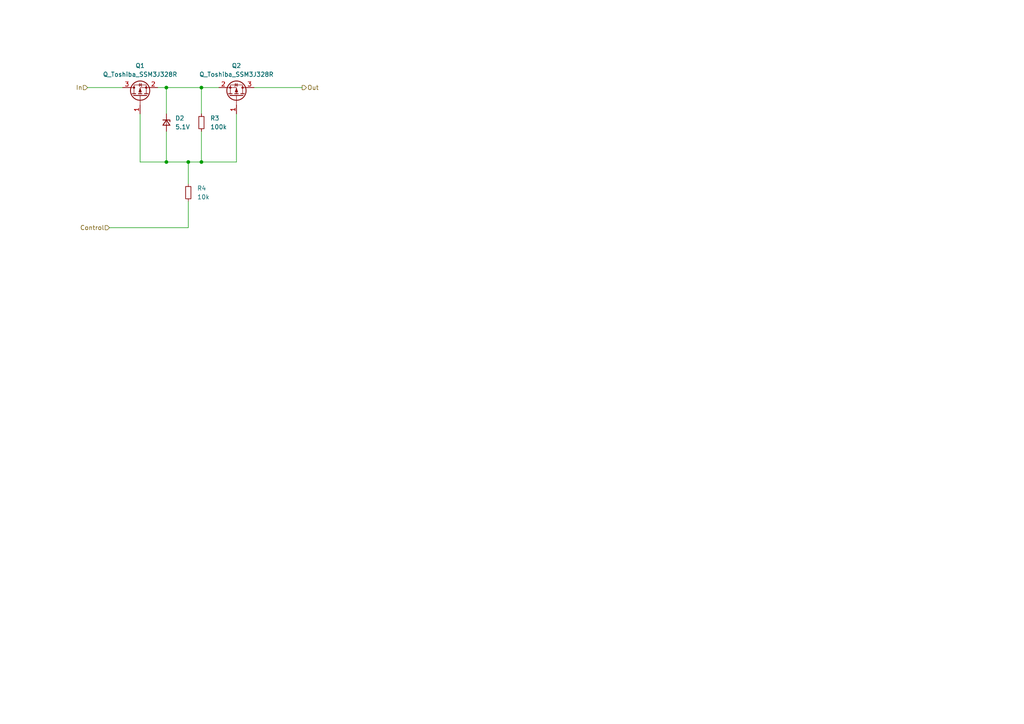
<source format=kicad_sch>
(kicad_sch (version 20231120) (generator "eeschema") (generator_version "8.0")
  (paper "A4")
  (lib_symbols
    (symbol "Device:D_Zener_Small" (pin_numbers hide) (pin_names (offset 0.254) hide)
      (property "Reference" "D" (at 0 2.286 0))
      (property "Value" "D_Zener_Small" (at 0 -2.286 0))
      (symbol "D_Zener_Small_0_1"
        (polyline (pts (xy 0.762 0) (xy -0.762 0)))
        (polyline (pts (xy -0.254 1.016) (xy -0.762 1.016) (xy -0.762 -1.016)) (stroke (width 0.254)))
        (polyline (pts (xy 0.762 1.016) (xy -0.762 0) (xy 0.762 -1.016) (xy 0.762 1.016)) (stroke (width 0.254)))
      )
      (symbol "D_Zener_Small_1_1"
        (pin passive line (at -2.54 0 0) (length 1.778) (name "K") (number "1"))
        (pin passive line (at 2.54 0 180) (length 1.778) (name "A") (number "2"))
      )
    )
    (symbol "Device:R_Small" (pin_numbers hide) (pin_names (offset 0.254) hide)
      (property "Reference" "R" (at 0.762 0.508 0))
      (property "Value" "R_Small" (at 0.762 -1.016 0))
      (symbol "R_Small_0_1"
        (rectangle (start -0.762 1.778) (end 0.762 -1.778) (stroke (width 0.2032)))
      )
      (symbol "R_Small_1_1"
        (pin passive line (at 0 2.54 270) (length 0.762) (name "~") (number "1"))
        (pin passive line (at 0 -2.54 90) (length 0.762) (name "~") (number "2"))
      )
    )
    (symbol "Toshiba_SSM3J328R:Q_Toshiba_SSM3J328R" (pin_names (offset 0) hide)
      (property "Reference" "Q" (at 5.08 1.27 0))
      (property "Value" "Q_Toshiba_SSM3J328R" (at 5.08 -1.27 0))
      (symbol "Q_Toshiba_SSM3J328R_0_1"
        (polyline (pts (xy 0.254 0) (xy -2.54 0)))
        (polyline (pts (xy 0.254 1.905) (xy 0.254 -1.905)) (stroke (width 0.254)))
        (polyline (pts (xy 0.762 -1.27) (xy 0.762 -2.286)) (stroke (width 0.254)))
        (polyline (pts (xy 0.762 0.508) (xy 0.762 -0.508)) (stroke (width 0.254)))
        (polyline (pts (xy 0.762 2.286) (xy 0.762 1.27)) (stroke (width 0.254)))
        (polyline (pts (xy 2.54 2.54) (xy 2.54 1.778)))
        (polyline (pts (xy 2.54 -2.54) (xy 2.54 0) (xy 0.762 0)))
        (polyline (pts (xy 0.762 1.778) (xy 3.302 1.778) (xy 3.302 -1.778) (xy 0.762 -1.778)))
        (polyline (pts (xy 2.286 0) (xy 1.27 0.381) (xy 1.27 -0.381) (xy 2.286 0)) (fill (type outline)))
        (polyline (pts (xy 2.794 -0.508) (xy 2.921 -0.381) (xy 3.683 -0.381) (xy 3.81 -0.254)))
        (polyline (pts (xy 3.302 -0.381) (xy 2.921 0.254) (xy 3.683 0.254) (xy 3.302 -0.381)))
        (circle (center 1.651 0) (radius 2.794) (stroke (width 0.254)))
        (circle (center 2.54 -1.778) (radius 0.254) (fill (type outline)))
        (circle (center 2.54 1.778) (radius 0.254) (fill (type outline)))
      )
      (symbol "Q_Toshiba_SSM3J328R_1_1"
        (pin input line (at -5.08 0 0) (length 2.54) (name "G") (number "1"))
        (pin passive line (at 2.54 -5.08 90) (length 2.54) (name "S") (number "2"))
        (pin passive line (at 2.54 5.08 270) (length 2.54) (name "D") (number "3"))
      )
    )
  )
  (junction (at 48.26 25.4))
  (junction (at 54.61 46.99))
  (junction (at 58.42 46.99))
  (junction (at 58.42 25.4))
  (junction (at 48.26 46.99))
  (wire (pts (xy 54.61 46.99) (xy 58.42 46.99)))
  (wire (pts (xy 68.58 46.99) (xy 68.58 33.02)))
  (wire (pts (xy 25.4 25.4) (xy 35.56 25.4)))
  (wire (pts (xy 31.75 66.04) (xy 54.61 66.04)))
  (wire (pts (xy 40.64 46.99) (xy 48.26 46.99)))
  (wire (pts (xy 45.72 25.4) (xy 48.26 25.4)))
  (wire (pts (xy 48.26 46.99) (xy 54.61 46.99)))
  (wire (pts (xy 54.61 46.99) (xy 54.61 53.34)))
  (wire (pts (xy 73.66 25.4) (xy 87.63 25.4)))
  (wire (pts (xy 48.26 25.4) (xy 48.26 33.02)))
  (wire (pts (xy 58.42 46.99) (xy 68.58 46.99)))
  (wire (pts (xy 58.42 38.1) (xy 58.42 46.99)))
  (wire (pts (xy 40.64 33.02) (xy 40.64 46.99)))
  (wire (pts (xy 48.26 25.4) (xy 58.42 25.4)))
  (wire (pts (xy 58.42 25.4) (xy 63.5 25.4)))
  (wire (pts (xy 54.61 66.04) (xy 54.61 58.42)))
  (wire (pts (xy 48.26 38.1) (xy 48.26 46.99)))
  (wire (pts (xy 58.42 25.4) (xy 58.42 33.02)))
  (hierarchical_label "Out" (shape output) (at 87.63 25.4 0))
  (hierarchical_label "In" (shape input) (at 25.4 25.4 180))
  (hierarchical_label "Control" (shape input) (at 31.75 66.04 180))
  (symbol (lib_id "Device:R_Small") (at 54.61 55.88 0) (unit 1)
    (property "Reference" "R4" (at 57.15 54.6099 0) (effects (justify left)))
    (property "Value" "10k" (at 57.15 57.1499 0) (effects (justify left)))
    (property "Footprint" "Resistor_SMD:R_0603_1608Metric" (effects (hide yes)))
    (property "Description" "Resistor, small symbol" (effects (hide yes)))
  )
  (symbol (lib_id "Toshiba_SSM3J328R:Q_Toshiba_SSM3J328R") (at 40.64 27.94 90) (unit 1)
    (property "Reference" "Q1" (at 40.64 19.05 90))
    (property "Value" "Q_Toshiba_SSM3J328R" (at 40.64 21.59 90))
    (property "Footprint" "SOT:SOT-23F" (effects (hide yes)))
    (property "Description" "P-MOSFET transistor, gate/source/drain" (effects (hide yes)))
  )
  (symbol (lib_id "Device:R_Small") (at 58.42 35.56 0) (unit 1)
    (property "Reference" "R3" (at 60.96 34.2899 0) (effects (justify left)))
    (property "Value" "100k" (at 60.96 36.8299 0) (effects (justify left)))
    (property "Footprint" "Resistor_SMD:R_0603_1608Metric" (effects (hide yes)))
    (property "Description" "Resistor, small symbol" (effects (hide yes)))
  )
  (symbol (lib_id "Toshiba_SSM3J328R:Q_Toshiba_SSM3J328R") (at 68.58 27.94 270) (mirror x) (unit 1)
    (property "Reference" "Q2" (at 68.58 19.05 90))
    (property "Value" "Q_Toshiba_SSM3J328R" (at 68.58 21.59 90))
    (property "Footprint" "SOT:SOT-23F" (effects (hide yes)))
    (property "Description" "P-MOSFET transistor, gate/source/drain" (effects (hide yes)))
  )
  (symbol (lib_id "Device:D_Zener_Small") (at 48.26 35.56 270) (unit 1)
    (property "Reference" "D2" (at 50.8 34.2899 90) (effects (justify left)))
    (property "Value" "5.1V" (at 50.8 36.8299 90) (effects (justify left)))
    (property "Footprint" "SOT:D_SOD-523" (effects (hide yes)))
    (property "Description" "Zener diode, small symbol" (effects (hide yes)))
  )
)
</source>
